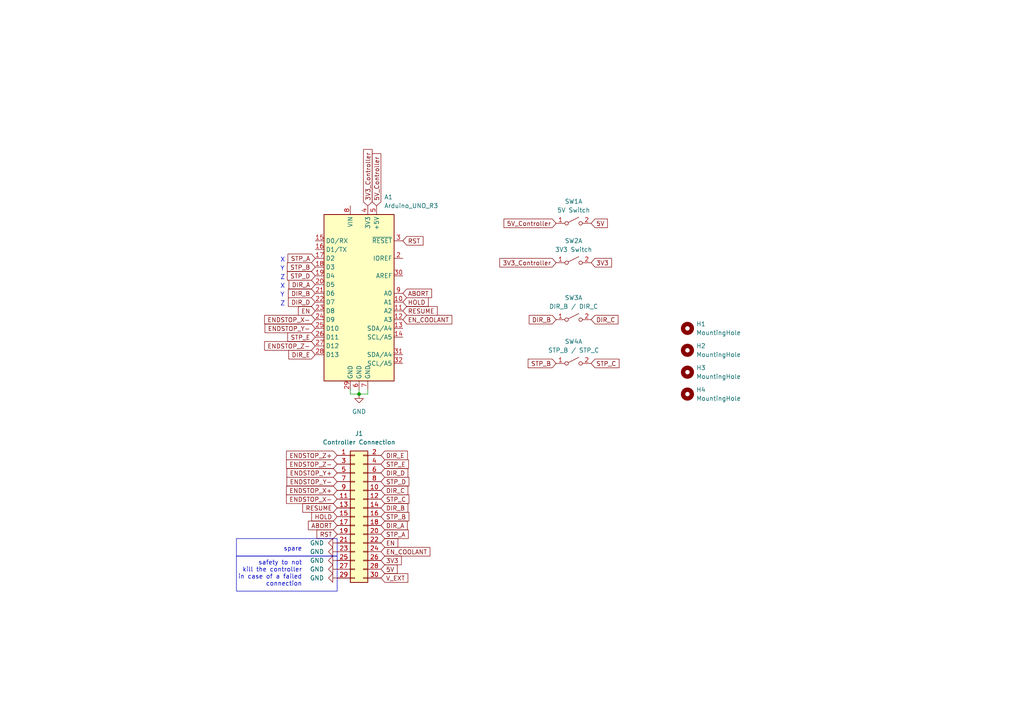
<source format=kicad_sch>
(kicad_sch (version 20230121) (generator eeschema)
  (paper "A4")
  (lib_symbols
    (symbol "Connector_Generic:Conn_02x15_Odd_Even" (pin_names (offset 1.016) hide)
      (property "Reference" "J" (at 1.27 20.32 0))
      (property "Value" "Conn_02x15_Odd_Even" (at 1.27 -20.32 0))
      (symbol "Conn_02x15_Odd_Even_1_1"
        (rectangle (start -1.27 -17.653) (end 0 -17.907) (stroke (width 0.1524)))
        (rectangle (start -1.27 -15.113) (end 0 -15.367) (stroke (width 0.1524)))
        (rectangle (start -1.27 -12.573) (end 0 -12.827) (stroke (width 0.1524)))
        (rectangle (start -1.27 -10.033) (end 0 -10.287) (stroke (width 0.1524)))
        (rectangle (start -1.27 -7.493) (end 0 -7.747) (stroke (width 0.1524)))
        (rectangle (start -1.27 -4.953) (end 0 -5.207) (stroke (width 0.1524)))
        (rectangle (start -1.27 -2.413) (end 0 -2.667) (stroke (width 0.1524)))
        (rectangle (start -1.27 0.127) (end 0 -0.127) (stroke (width 0.1524)))
        (rectangle (start -1.27 2.667) (end 0 2.413) (stroke (width 0.1524)))
        (rectangle (start -1.27 5.207) (end 0 4.953) (stroke (width 0.1524)))
        (rectangle (start -1.27 7.747) (end 0 7.493) (stroke (width 0.1524)))
        (rectangle (start -1.27 10.287) (end 0 10.033) (stroke (width 0.1524)))
        (rectangle (start -1.27 12.827) (end 0 12.573) (stroke (width 0.1524)))
        (rectangle (start -1.27 15.367) (end 0 15.113) (stroke (width 0.1524)))
        (rectangle (start -1.27 17.907) (end 0 17.653) (stroke (width 0.1524)))
        (rectangle (start -1.27 19.05) (end 3.81 -19.05) (stroke (width 0.254)) (fill (type background)))
        (rectangle (start 3.81 -17.653) (end 2.54 -17.907) (stroke (width 0.1524)))
        (rectangle (start 3.81 -15.113) (end 2.54 -15.367) (stroke (width 0.1524)))
        (rectangle (start 3.81 -12.573) (end 2.54 -12.827) (stroke (width 0.1524)))
        (rectangle (start 3.81 -10.033) (end 2.54 -10.287) (stroke (width 0.1524)))
        (rectangle (start 3.81 -7.493) (end 2.54 -7.747) (stroke (width 0.1524)))
        (rectangle (start 3.81 -4.953) (end 2.54 -5.207) (stroke (width 0.1524)))
        (rectangle (start 3.81 -2.413) (end 2.54 -2.667) (stroke (width 0.1524)))
        (rectangle (start 3.81 0.127) (end 2.54 -0.127) (stroke (width 0.1524)))
        (rectangle (start 3.81 2.667) (end 2.54 2.413) (stroke (width 0.1524)))
        (rectangle (start 3.81 5.207) (end 2.54 4.953) (stroke (width 0.1524)))
        (rectangle (start 3.81 7.747) (end 2.54 7.493) (stroke (width 0.1524)))
        (rectangle (start 3.81 10.287) (end 2.54 10.033) (stroke (width 0.1524)))
        (rectangle (start 3.81 12.827) (end 2.54 12.573) (stroke (width 0.1524)))
        (rectangle (start 3.81 15.367) (end 2.54 15.113) (stroke (width 0.1524)))
        (rectangle (start 3.81 17.907) (end 2.54 17.653) (stroke (width 0.1524)))
        (pin passive line (at -5.08 17.78 0) (length 3.81) (name "Pin_1") (number "1"))
        (pin passive line (at 7.62 7.62 180) (length 3.81) (name "Pin_10") (number "10"))
        (pin passive line (at -5.08 5.08 0) (length 3.81) (name "Pin_11") (number "11"))
        (pin passive line (at 7.62 5.08 180) (length 3.81) (name "Pin_12") (number "12"))
        (pin passive line (at -5.08 2.54 0) (length 3.81) (name "Pin_13") (number "13"))
        (pin passive line (at 7.62 2.54 180) (length 3.81) (name "Pin_14") (number "14"))
        (pin passive line (at -5.08 0 0) (length 3.81) (name "Pin_15") (number "15"))
        (pin passive line (at 7.62 0 180) (length 3.81) (name "Pin_16") (number "16"))
        (pin passive line (at -5.08 -2.54 0) (length 3.81) (name "Pin_17") (number "17"))
        (pin passive line (at 7.62 -2.54 180) (length 3.81) (name "Pin_18") (number "18"))
        (pin passive line (at -5.08 -5.08 0) (length 3.81) (name "Pin_19") (number "19"))
        (pin passive line (at 7.62 17.78 180) (length 3.81) (name "Pin_2") (number "2"))
        (pin passive line (at 7.62 -5.08 180) (length 3.81) (name "Pin_20") (number "20"))
        (pin passive line (at -5.08 -7.62 0) (length 3.81) (name "Pin_21") (number "21"))
        (pin passive line (at 7.62 -7.62 180) (length 3.81) (name "Pin_22") (number "22"))
        (pin passive line (at -5.08 -10.16 0) (length 3.81) (name "Pin_23") (number "23"))
        (pin passive line (at 7.62 -10.16 180) (length 3.81) (name "Pin_24") (number "24"))
        (pin passive line (at -5.08 -12.7 0) (length 3.81) (name "Pin_25") (number "25"))
        (pin passive line (at 7.62 -12.7 180) (length 3.81) (name "Pin_26") (number "26"))
        (pin passive line (at -5.08 -15.24 0) (length 3.81) (name "Pin_27") (number "27"))
        (pin passive line (at 7.62 -15.24 180) (length 3.81) (name "Pin_28") (number "28"))
        (pin passive line (at -5.08 -17.78 0) (length 3.81) (name "Pin_29") (number "29"))
        (pin passive line (at -5.08 15.24 0) (length 3.81) (name "Pin_3") (number "3"))
        (pin passive line (at 7.62 -17.78 180) (length 3.81) (name "Pin_30") (number "30"))
        (pin passive line (at 7.62 15.24 180) (length 3.81) (name "Pin_4") (number "4"))
        (pin passive line (at -5.08 12.7 0) (length 3.81) (name "Pin_5") (number "5"))
        (pin passive line (at 7.62 12.7 180) (length 3.81) (name "Pin_6") (number "6"))
        (pin passive line (at -5.08 10.16 0) (length 3.81) (name "Pin_7") (number "7"))
        (pin passive line (at 7.62 10.16 180) (length 3.81) (name "Pin_8") (number "8"))
        (pin passive line (at -5.08 7.62 0) (length 3.81) (name "Pin_9") (number "9"))
      )
    )
    (symbol "MCU_Module:Arduino_UNO_R3"
      (property "Reference" "A" (at -10.16 23.495 0))
      (property "Value" "Arduino_UNO_R3" (at 5.08 -26.67 0))
      (symbol "Arduino_UNO_R3_0_1"
        (rectangle (start -10.16 22.86) (end 10.16 -25.4) (stroke (width 0.254)) (fill (type background)))
      )
      (symbol "Arduino_UNO_R3_1_1"
        (pin no_connect line (at -10.16 -20.32 0) (length 2.54) hide (name "NC") (number "1"))
        (pin bidirectional line (at 12.7 -2.54 180) (length 2.54) (name "A1") (number "10"))
        (pin bidirectional line (at 12.7 -5.08 180) (length 2.54) (name "A2") (number "11"))
        (pin bidirectional line (at 12.7 -7.62 180) (length 2.54) (name "A3") (number "12"))
        (pin bidirectional line (at 12.7 -10.16 180) (length 2.54) (name "SDA/A4") (number "13"))
        (pin bidirectional line (at 12.7 -12.7 180) (length 2.54) (name "SCL/A5") (number "14"))
        (pin bidirectional line (at -12.7 15.24 0) (length 2.54) (name "D0/RX") (number "15"))
        (pin bidirectional line (at -12.7 12.7 0) (length 2.54) (name "D1/TX") (number "16"))
        (pin bidirectional line (at -12.7 10.16 0) (length 2.54) (name "D2") (number "17"))
        (pin bidirectional line (at -12.7 7.62 0) (length 2.54) (name "D3") (number "18"))
        (pin bidirectional line (at -12.7 5.08 0) (length 2.54) (name "D4") (number "19"))
        (pin output line (at 12.7 10.16 180) (length 2.54) (name "IOREF") (number "2"))
        (pin bidirectional line (at -12.7 2.54 0) (length 2.54) (name "D5") (number "20"))
        (pin bidirectional line (at -12.7 0 0) (length 2.54) (name "D6") (number "21"))
        (pin bidirectional line (at -12.7 -2.54 0) (length 2.54) (name "D7") (number "22"))
        (pin bidirectional line (at -12.7 -5.08 0) (length 2.54) (name "D8") (number "23"))
        (pin bidirectional line (at -12.7 -7.62 0) (length 2.54) (name "D9") (number "24"))
        (pin bidirectional line (at -12.7 -10.16 0) (length 2.54) (name "D10") (number "25"))
        (pin bidirectional line (at -12.7 -12.7 0) (length 2.54) (name "D11") (number "26"))
        (pin bidirectional line (at -12.7 -15.24 0) (length 2.54) (name "D12") (number "27"))
        (pin bidirectional line (at -12.7 -17.78 0) (length 2.54) (name "D13") (number "28"))
        (pin power_in line (at -2.54 -27.94 90) (length 2.54) (name "GND") (number "29"))
        (pin input line (at 12.7 15.24 180) (length 2.54) (name "~{RESET}") (number "3"))
        (pin input line (at 12.7 5.08 180) (length 2.54) (name "AREF") (number "30"))
        (pin bidirectional line (at 12.7 -17.78 180) (length 2.54) (name "SDA/A4") (number "31"))
        (pin bidirectional line (at 12.7 -20.32 180) (length 2.54) (name "SCL/A5") (number "32"))
        (pin power_out line (at 2.54 25.4 270) (length 2.54) (name "3V3") (number "4"))
        (pin power_out line (at 5.08 25.4 270) (length 2.54) (name "+5V") (number "5"))
        (pin power_in line (at 0 -27.94 90) (length 2.54) (name "GND") (number "6"))
        (pin power_in line (at 2.54 -27.94 90) (length 2.54) (name "GND") (number "7"))
        (pin power_in line (at -2.54 25.4 270) (length 2.54) (name "VIN") (number "8"))
        (pin bidirectional line (at 12.7 0 180) (length 2.54) (name "A0") (number "9"))
      )
    )
    (symbol "Mechanical:MountingHole" (pin_names (offset 1.016))
      (property "Reference" "H" (at 0 5.08 0))
      (property "Value" "MountingHole" (at 0 3.175 0))
      (symbol "MountingHole_0_1"
        (circle (center 0 0) (radius 1.27) (stroke (width 1.27)))
      )
    )
    (symbol "Switch:SW_DPST_x2" (pin_names (offset 0) hide)
      (property "Reference" "SW" (at 0 3.175 0))
      (property "Value" "SW_DPST_x2" (at 0 -2.54 0))
      (symbol "SW_DPST_x2_0_0"
        (circle (center -2.032 0) (radius 0.508))
        (polyline (pts (xy -1.524 0.254) (xy 1.524 1.778)))
        (circle (center 2.032 0) (radius 0.508))
      )
      (symbol "SW_DPST_x2_1_1"
        (pin passive line (at -5.08 0 0) (length 2.54) (name "A") (number "1"))
        (pin passive line (at 5.08 0 180) (length 2.54) (name "B") (number "2"))
      )
      (symbol "SW_DPST_x2_2_1"
        (pin passive line (at -5.08 0 0) (length 2.54) (name "A") (number "3"))
        (pin passive line (at 5.08 0 180) (length 2.54) (name "B") (number "4"))
      )
    )
    (symbol "power:GND" (power) (pin_names (offset 0))
      (property "Value" "GND" (at 0 -3.81 0))
      (symbol "GND_0_1"
        (polyline (pts (xy 0 0) (xy 0 -1.27) (xy 1.27 -1.27) (xy 0 -2.54) (xy -1.27 -1.27) (xy 0 -1.27)))
      )
      (symbol "GND_1_1"
        (pin power_in line (at 0 0 270) (length 0) hide (name "GND") (number "1"))
      )
    )
  )
  (junction (at 104.14 114.3))
  (wire (pts (xy 101.6 113.03) (xy 101.6 114.3)))
  (wire (pts (xy 104.14 113.03) (xy 104.14 114.3)))
  (wire (pts (xy 104.14 114.3) (xy 106.68 114.3)))
  (wire (pts (xy 101.6 114.3) (xy 104.14 114.3)))
  (wire (pts (xy 106.68 113.03) (xy 106.68 114.3)))
  (rectangle (start 68.58 161.29) (end 97.79 171.45))
  (rectangle (start 68.58 156.21) (end 97.79 161.29))
  (text "safety to not\nkill the controller\nin case of a failed\nconnection" (at 87.63 170.18 0) (effects (font (size 1.27 1.27)) (justify right bottom)))
  (text "Z" (at 81.28 81.28 0) (effects (font (size 1.27 1.27)) (justify left bottom)))
  (text "spare" (at 87.63 160.02 0) (effects (font (size 1.27 1.27)) (justify right bottom)))
  (text "Z" (at 81.28 88.9 0) (effects (font (size 1.27 1.27)) (justify left bottom)))
  (text "Y\n" (at 81.28 78.74 0) (effects (font (size 1.27 1.27)) (justify left bottom)))
  (text "X" (at 81.28 83.82 0) (effects (font (size 1.27 1.27)) (justify left bottom)))
  (text "Y\n" (at 81.28 86.36 0) (effects (font (size 1.27 1.27)) (justify left bottom)))
  (text "X" (at 81.28 76.2 0) (effects (font (size 1.27 1.27)) (justify left bottom)))
  (global_label "ENDSTOP_Z+" (shape input) (at 97.79 132.08 180) (property "Intersheetrefs" "${INTERSHEET_REFS}" (effects hide)))
  (global_label "DIR_A" (shape input) (at 110.49 152.4 0) (property "Intersheetrefs" "${INTERSHEET_REFS}" (effects hide)))
  (global_label "3V3" (shape input) (at 110.49 162.56 0) (property "Intersheetrefs" "${INTERSHEET_REFS}" (effects hide)))
  (global_label "ENDSTOP_Y-" (shape input) (at 97.79 139.7 180) (property "Intersheetrefs" "${INTERSHEET_REFS}" (effects hide)))
  (global_label "ENDSTOP_Z-" (shape input) (at 97.79 134.62 180) (property "Intersheetrefs" "${INTERSHEET_REFS}" (effects hide)))
  (global_label "RESUME" (shape input) (at 97.79 147.32 180) (property "Intersheetrefs" "${INTERSHEET_REFS}" (effects hide)))
  (global_label "RST" (shape input) (at 97.79 154.94 180) (property "Intersheetrefs" "${INTERSHEET_REFS}" (effects hide)))
  (global_label "DIR_B" (shape input) (at 91.44 85.09 180) (property "Intersheetrefs" "${INTERSHEET_REFS}" (effects hide)))
  (global_label "3V3" (shape input) (at 171.45 76.2 0) (property "Intersheetrefs" "${INTERSHEET_REFS}" (effects hide)))
  (global_label "HOLD" (shape input) (at 116.84 87.63 0) (property "Intersheetrefs" "${INTERSHEET_REFS}" (effects hide)))
  (global_label "ABORT" (shape input) (at 97.79 152.4 180) (property "Intersheetrefs" "${INTERSHEET_REFS}" (effects hide)))
  (global_label "DIR_A" (shape input) (at 91.44 82.55 180) (property "Intersheetrefs" "${INTERSHEET_REFS}" (effects hide)))
  (global_label "STP_E" (shape input) (at 110.49 134.62 0) (property "Intersheetrefs" "${INTERSHEET_REFS}" (effects hide)))
  (global_label "ENDSTOP_Y-" (shape input) (at 91.44 95.25 180) (property "Intersheetrefs" "${INTERSHEET_REFS}" (effects hide)))
  (global_label "5V_Controller" (shape input) (at 109.22 59.69 90) (property "Intersheetrefs" "${INTERSHEET_REFS}" (effects hide)))
  (global_label "STP_B" (shape input) (at 91.44 77.47 180) (property "Intersheetrefs" "${INTERSHEET_REFS}" (effects hide)))
  (global_label "ENDSTOP_X-" (shape input) (at 97.79 144.78 180) (property "Intersheetrefs" "${INTERSHEET_REFS}" (effects hide)))
  (global_label "ENDSTOP_Z-" (shape input) (at 91.44 100.33 180) (property "Intersheetrefs" "${INTERSHEET_REFS}" (effects hide)))
  (global_label "3V3_Controller" (shape input) (at 161.29 76.2 180) (property "Intersheetrefs" "${INTERSHEET_REFS}" (effects hide)))
  (global_label "RST" (shape input) (at 116.84 69.85 0) (property "Intersheetrefs" "${INTERSHEET_REFS}" (effects hide)))
  (global_label "ABORT" (shape input) (at 116.84 85.09 0) (property "Intersheetrefs" "${INTERSHEET_REFS}" (effects hide)))
  (global_label "3V3_Controller" (shape input) (at 106.68 59.69 90) (property "Intersheetrefs" "${INTERSHEET_REFS}" (effects hide)))
  (global_label "DIR_B" (shape input) (at 161.29 92.71 180) (property "Intersheetrefs" "${INTERSHEET_REFS}" (effects hide)))
  (global_label "EN" (shape input) (at 91.44 90.17 180) (property "Intersheetrefs" "${INTERSHEET_REFS}" (effects hide)))
  (global_label "DIR_D" (shape input) (at 91.44 87.63 180) (property "Intersheetrefs" "${INTERSHEET_REFS}" (effects hide)))
  (global_label "DIR_C" (shape input) (at 110.49 142.24 0) (property "Intersheetrefs" "${INTERSHEET_REFS}" (effects hide)))
  (global_label "STP_A" (shape input) (at 110.49 154.94 0) (property "Intersheetrefs" "${INTERSHEET_REFS}" (effects hide)))
  (global_label "RESUME" (shape input) (at 116.84 90.17 0) (property "Intersheetrefs" "${INTERSHEET_REFS}" (effects hide)))
  (global_label "DIR_B" (shape input) (at 110.49 147.32 0) (property "Intersheetrefs" "${INTERSHEET_REFS}" (effects hide)))
  (global_label "HOLD" (shape input) (at 97.79 149.86 180) (property "Intersheetrefs" "${INTERSHEET_REFS}" (effects hide)))
  (global_label "DIR_E" (shape input) (at 91.44 102.87 180) (property "Intersheetrefs" "${INTERSHEET_REFS}" (effects hide)))
  (global_label "DIR_E" (shape input) (at 110.49 132.08 0) (property "Intersheetrefs" "${INTERSHEET_REFS}" (effects hide)))
  (global_label "STP_C" (shape input) (at 171.45 105.41 0) (property "Intersheetrefs" "${INTERSHEET_REFS}" (effects hide)))
  (global_label "STP_D" (shape input) (at 110.49 139.7 0) (property "Intersheetrefs" "${INTERSHEET_REFS}" (effects hide)))
  (global_label "EN_COOLANT" (shape input) (at 110.49 160.02 0) (property "Intersheetrefs" "${INTERSHEET_REFS}" (effects hide)))
  (global_label "ENDSTOP_X-" (shape input) (at 91.44 92.71 180) (property "Intersheetrefs" "${INTERSHEET_REFS}" (effects hide)))
  (global_label "STP_D" (shape input) (at 91.44 80.01 180) (property "Intersheetrefs" "${INTERSHEET_REFS}" (effects hide)))
  (global_label "STP_B" (shape input) (at 110.49 149.86 0) (property "Intersheetrefs" "${INTERSHEET_REFS}" (effects hide)))
  (global_label "5V" (shape input) (at 110.49 165.1 0) (property "Intersheetrefs" "${INTERSHEET_REFS}" (effects hide)))
  (global_label "EN_COOLANT" (shape input) (at 116.84 92.71 0) (property "Intersheetrefs" "${INTERSHEET_REFS}" (effects hide)))
  (global_label "STP_B" (shape input) (at 161.29 105.41 180) (property "Intersheetrefs" "${INTERSHEET_REFS}" (effects hide)))
  (global_label "ENDSTOP_Y+" (shape input) (at 97.79 137.16 180) (property "Intersheetrefs" "${INTERSHEET_REFS}" (effects hide)))
  (global_label "DIR_C" (shape input) (at 171.45 92.71 0) (property "Intersheetrefs" "${INTERSHEET_REFS}" (effects hide)))
  (global_label "5V_Controller" (shape input) (at 161.29 64.77 180) (property "Intersheetrefs" "${INTERSHEET_REFS}" (effects hide)))
  (global_label "EN" (shape input) (at 110.49 157.48 0) (property "Intersheetrefs" "${INTERSHEET_REFS}" (effects hide)))
  (global_label "STP_C" (shape input) (at 110.49 144.78 0) (property "Intersheetrefs" "${INTERSHEET_REFS}" (effects hide)))
  (global_label "DIR_D" (shape input) (at 110.49 137.16 0) (property "Intersheetrefs" "${INTERSHEET_REFS}" (effects hide)))
  (global_label "ENDSTOP_X+" (shape input) (at 97.79 142.24 180) (property "Intersheetrefs" "${INTERSHEET_REFS}" (effects hide)))
  (global_label "STP_E" (shape input) (at 91.44 97.79 180) (property "Intersheetrefs" "${INTERSHEET_REFS}" (effects hide)))
  (global_label "V_EXT" (shape input) (at 110.49 167.64 0) (property "Intersheetrefs" "${INTERSHEET_REFS}" (effects hide)))
  (global_label "STP_A" (shape input) (at 91.44 74.93 180) (property "Intersheetrefs" "${INTERSHEET_REFS}" (effects hide)))
  (global_label "5V" (shape input) (at 171.45 64.77 0) (property "Intersheetrefs" "${INTERSHEET_REFS}" (effects hide)))
  (symbol (lib_id "power:GND") (at 97.79 165.1 270) (unit 1)
    (property "Reference" "#PWR05" (effects hide))
    (property "Value" "GND" (at 93.98 165.1 90) (effects (justify right)))
  )
  (symbol (lib_id "Switch:SW_DPST_x2") (at 166.37 64.77 0) (unit 1)
    (property "Reference" "SW1" (at 166.37 58.42 0))
    (property "Value" "5V Switch" (at 166.37 60.96 0))
    (property "Footprint" "Button_Switch_THT:SW_DIP_SPSTx01_Slide_9.78x4.72mm_W7.62mm_P2.54mm" (effects hide))
  )
  (symbol (lib_id "Connector_Generic:Conn_02x15_Odd_Even") (at 102.87 149.86 0) (unit 1)
    (property "Reference" "J1" (at 104.14 125.73 0))
    (property "Value" "Controller Connection" (at 104.14 128.27 0))
    (property "Footprint" "Connector_PinHeader_2.54mm:PinHeader_2x15_P2.54mm_Horizontal" (effects hide))
  )
  (symbol (lib_id "Mechanical:MountingHole") (at 199.39 101.6 0) (unit 1)
    (property "Reference" "H2" (at 201.93 100.33 0) (effects (justify left)))
    (property "Value" "MountingHole" (at 201.93 102.87 0) (effects (justify left)))
    (property "Footprint" "MountingHole:MountingHole_3.2mm_M3" (effects hide))
  )
  (symbol (lib_id "power:GND") (at 97.79 157.48 270) (unit 1)
    (property "Reference" "#PWR02" (effects hide))
    (property "Value" "GND" (at 93.98 157.48 90) (effects (justify right)))
  )
  (symbol (lib_id "Mechanical:MountingHole") (at 199.39 95.25 0) (unit 1)
    (property "Reference" "H1" (at 201.93 93.98 0) (effects (justify left)))
    (property "Value" "MountingHole" (at 201.93 96.52 0) (effects (justify left)))
    (property "Footprint" "MountingHole:MountingHole_3.2mm_M3" (effects hide))
  )
  (symbol (lib_id "power:GND") (at 97.79 167.64 270) (unit 1)
    (property "Reference" "#PWR06" (effects hide))
    (property "Value" "GND" (at 93.98 167.64 90) (effects (justify right)))
  )
  (symbol (lib_id "Switch:SW_DPST_x2") (at 166.37 92.71 0) (unit 1)
    (property "Reference" "SW3" (at 166.37 86.36 0))
    (property "Value" "DIR_B / DIR_C" (at 166.37 88.9 0))
    (property "Footprint" "Button_Switch_THT:SW_DIP_SPSTx01_Slide_9.78x4.72mm_W7.62mm_P2.54mm" (effects hide))
  )
  (symbol (lib_id "power:GND") (at 97.79 160.02 270) (unit 1)
    (property "Reference" "#PWR03" (effects hide))
    (property "Value" "GND" (at 93.98 160.02 90) (effects (justify right)))
  )
  (symbol (lib_id "Mechanical:MountingHole") (at 199.39 114.3 0) (unit 1)
    (property "Reference" "H4" (at 201.93 113.03 0) (effects (justify left)))
    (property "Value" "MountingHole" (at 201.93 115.57 0) (effects (justify left)))
    (property "Footprint" "MountingHole:MountingHole_3.2mm_M3" (effects hide))
  )
  (symbol (lib_id "Switch:SW_DPST_x2") (at 166.37 105.41 0) (unit 1)
    (property "Reference" "SW4" (at 166.37 99.06 0))
    (property "Value" "STP_B / STP_C" (at 166.37 101.6 0))
    (property "Footprint" "Button_Switch_THT:SW_DIP_SPSTx01_Slide_9.78x4.72mm_W7.62mm_P2.54mm" (effects hide))
  )
  (symbol (lib_id "power:GND") (at 104.14 114.3 0) (unit 1)
    (property "Reference" "#PWR01" (effects hide))
    (property "Value" "GND" (at 104.14 119.38 0))
  )
  (symbol (lib_id "MCU_Module:Arduino_UNO_R3") (at 104.14 85.09 0) (unit 1)
    (property "Reference" "A1" (at 111.4141 57.15 0) (effects (justify left)))
    (property "Value" "Arduino_UNO_R3" (at 111.4141 59.69 0) (effects (justify left)))
    (property "Footprint" "Module:Arduino_UNO_R3" (effects hide))
    (property "Datasheet" "https://www.arduino.cc/en/Main/arduinoBoardUno" (effects hide))
  )
  (symbol (lib_id "power:GND") (at 97.79 162.56 270) (unit 1)
    (property "Reference" "#PWR04" (effects hide))
    (property "Value" "GND" (at 93.98 162.56 90) (effects (justify right)))
  )
  (symbol (lib_id "Switch:SW_DPST_x2") (at 166.37 76.2 0) (unit 1)
    (property "Reference" "SW2" (at 166.37 69.85 0))
    (property "Value" "3V3 Switch" (at 166.37 72.39 0))
    (property "Footprint" "Button_Switch_THT:SW_DIP_SPSTx01_Slide_9.78x4.72mm_W7.62mm_P2.54mm" (effects hide))
  )
  (symbol (lib_id "Mechanical:MountingHole") (at 199.39 107.95 0) (unit 1)
    (property "Reference" "H3" (at 201.93 106.68 0) (effects (justify left)))
    (property "Value" "MountingHole" (at 201.93 109.22 0) (effects (justify left)))
    (property "Footprint" "MountingHole:MountingHole_3.2mm_M3" (effects hide))
  )
)
</source>
